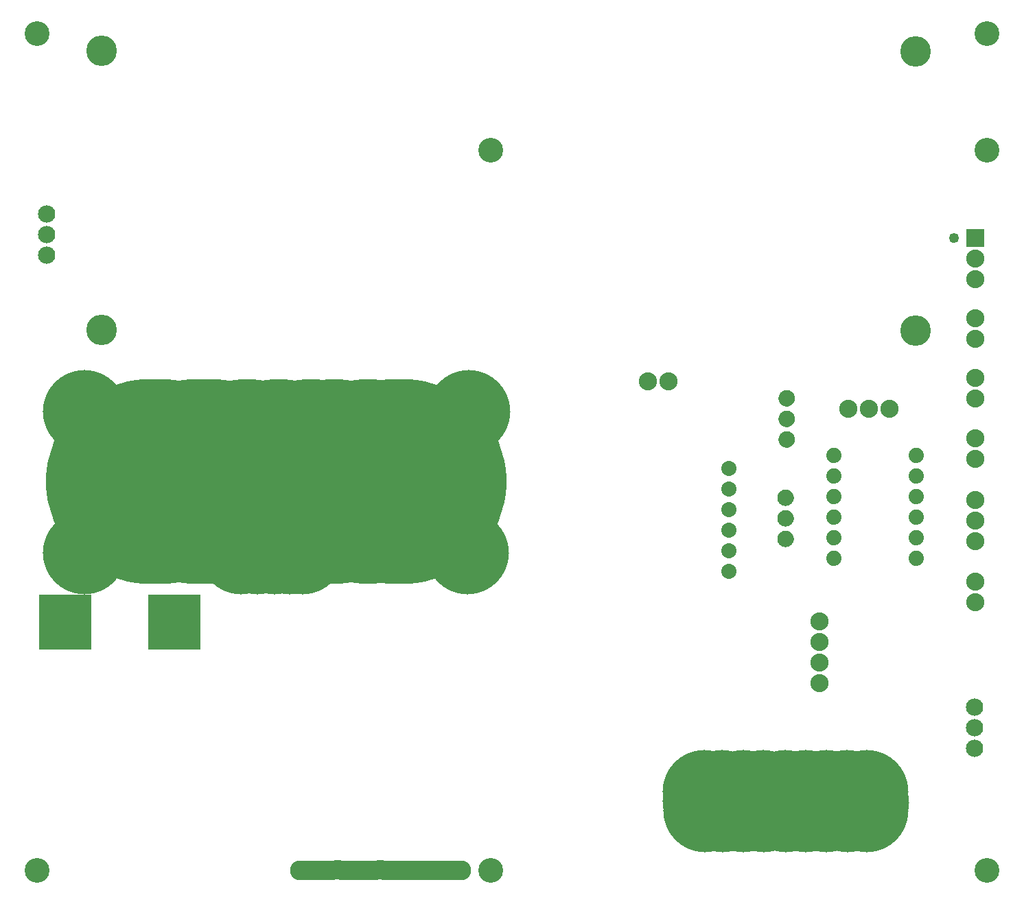
<source format=gts>
G04 MADE WITH FRITZING*
G04 WWW.FRITZING.ORG*
G04 DOUBLE SIDED*
G04 HOLES PLATED*
G04 CONTOUR ON CENTER OF CONTOUR VECTOR*
%ASAXBY*%
%FSLAX23Y23*%
%MOIN*%
%OFA0B0*%
%SFA1.0B1.0*%
%ADD10C,0.049370*%
%ADD11C,0.096614*%
%ADD12C,0.403700*%
%ADD13C,0.084000*%
%ADD14C,0.084008*%
%ADD15C,0.120236*%
%ADD16C,0.148425*%
%ADD17C,0.073528*%
%ADD18C,0.074000*%
%ADD19C,0.994252*%
%ADD20C,0.088000*%
%ADD21R,0.258087X0.265055*%
%ADD22R,0.088000X0.088000*%
%ADD23R,0.001000X0.001000*%
%LNMASK1*%
G90*
G70*
G54D10*
X4541Y3159D03*
G54D11*
X2148Y86D03*
G54D12*
X4116Y468D03*
G54D13*
X133Y3273D03*
X133Y3173D03*
X133Y3073D03*
X133Y3273D03*
X133Y3173D03*
X133Y3073D03*
G54D12*
X4118Y374D03*
X3820Y469D03*
X3822Y375D03*
X4022Y469D03*
G54D14*
X753Y1292D03*
G54D13*
X223Y1292D03*
G54D12*
X4024Y375D03*
X3517Y469D03*
X3519Y375D03*
X3920Y469D03*
X3922Y375D03*
X3721Y468D03*
X3723Y374D03*
X3614Y469D03*
X3616Y375D03*
X3329Y469D03*
X3327Y422D03*
X3331Y375D03*
X4122Y414D03*
X3415Y469D03*
X3417Y375D03*
G54D15*
X4702Y86D03*
G54D16*
X4354Y2707D03*
X401Y2710D03*
X4354Y4065D03*
X401Y4068D03*
G54D17*
X3448Y2037D03*
X3448Y1937D03*
X3448Y1837D03*
X3448Y1737D03*
X3448Y1637D03*
X3448Y1537D03*
G54D18*
X3959Y1702D03*
X3959Y1802D03*
X3959Y1902D03*
X3959Y2002D03*
X3959Y2102D03*
X4359Y2102D03*
X4359Y2002D03*
X4359Y1902D03*
X4359Y1802D03*
X4359Y1702D03*
X4359Y1602D03*
X3959Y1602D03*
G54D11*
X1547Y87D03*
X1572Y86D03*
X1516Y86D03*
X1462Y86D03*
X1412Y86D03*
X1363Y86D03*
X1962Y86D03*
X1754Y87D03*
X2094Y86D03*
X2044Y86D03*
X1987Y86D03*
G54D13*
X4642Y678D03*
X4642Y778D03*
X4642Y878D03*
X4642Y678D03*
X4642Y778D03*
X4642Y878D03*
G54D11*
X1938Y86D03*
X1883Y86D03*
X1829Y86D03*
X1777Y86D03*
X1727Y86D03*
X1674Y86D03*
X1622Y86D03*
G54D19*
X857Y1976D03*
X1108Y1976D03*
X1418Y1976D03*
X1530Y1976D03*
G54D12*
X1157Y1627D03*
X1315Y1628D03*
X1376Y1627D03*
X1078Y1627D03*
X1240Y1627D03*
X317Y1627D03*
X2179Y1627D03*
X317Y2316D03*
X2184Y2316D03*
G54D19*
X1871Y1974D03*
X627Y1974D03*
X693Y1976D03*
X937Y1976D03*
X1695Y1976D03*
X1260Y1976D03*
X1820Y1976D03*
G54D11*
X2119Y86D03*
X2013Y86D03*
X1908Y86D03*
X1802Y86D03*
X1699Y86D03*
X1597Y86D03*
X1491Y86D03*
X1388Y86D03*
X2067Y86D03*
X1856Y86D03*
X1649Y86D03*
X1442Y85D03*
G54D15*
X4702Y86D03*
X4702Y4150D03*
X86Y4150D03*
X86Y86D03*
G54D20*
X4645Y2477D03*
X4645Y2377D03*
X4026Y2328D03*
X4126Y2328D03*
X4226Y2328D03*
X3153Y2462D03*
X3053Y2462D03*
X4644Y1487D03*
X4644Y1387D03*
X3888Y1293D03*
X3888Y1193D03*
X3888Y1093D03*
X3888Y993D03*
X4644Y1886D03*
X4644Y1786D03*
X4644Y1686D03*
X4644Y2185D03*
X4644Y2085D03*
X4644Y2769D03*
X4644Y2669D03*
X4645Y3157D03*
X4645Y3057D03*
X4645Y2957D03*
G54D15*
X4702Y86D03*
X4702Y3583D03*
X2291Y86D03*
X2291Y3583D03*
G54D21*
X753Y1292D03*
X223Y1292D03*
G54D22*
X4645Y3157D03*
G54D23*
X3721Y2418D02*
X3735Y2418D01*
X3717Y2417D02*
X3739Y2417D01*
X3714Y2416D02*
X3742Y2416D01*
X3712Y2415D02*
X3745Y2415D01*
X3710Y2414D02*
X3747Y2414D01*
X3708Y2413D02*
X3748Y2413D01*
X3707Y2412D02*
X3750Y2412D01*
X3705Y2411D02*
X3751Y2411D01*
X3704Y2410D02*
X3753Y2410D01*
X3703Y2409D02*
X3754Y2409D01*
X3701Y2408D02*
X3755Y2408D01*
X3700Y2407D02*
X3756Y2407D01*
X3699Y2406D02*
X3757Y2406D01*
X3699Y2405D02*
X3758Y2405D01*
X3698Y2404D02*
X3759Y2404D01*
X3697Y2403D02*
X3759Y2403D01*
X3696Y2402D02*
X3760Y2402D01*
X3696Y2401D02*
X3761Y2401D01*
X3695Y2400D02*
X3762Y2400D01*
X3694Y2399D02*
X3762Y2399D01*
X3694Y2398D02*
X3763Y2398D01*
X3693Y2397D02*
X3763Y2397D01*
X3693Y2396D02*
X3764Y2396D01*
X3692Y2395D02*
X3764Y2395D01*
X3692Y2394D02*
X3765Y2394D01*
X3691Y2393D02*
X3765Y2393D01*
X3691Y2392D02*
X3765Y2392D01*
X3691Y2391D02*
X3766Y2391D01*
X3690Y2390D02*
X3766Y2390D01*
X3690Y2389D02*
X3766Y2389D01*
X3690Y2388D02*
X3767Y2388D01*
X3690Y2387D02*
X3767Y2387D01*
X3690Y2386D02*
X3767Y2386D01*
X3689Y2385D02*
X3767Y2385D01*
X3689Y2384D02*
X3767Y2384D01*
X3689Y2383D02*
X3767Y2383D01*
X3689Y2382D02*
X3768Y2382D01*
X3689Y2381D02*
X3768Y2381D01*
X3689Y2380D02*
X3768Y2380D01*
X3689Y2379D02*
X3768Y2379D01*
X3689Y2378D02*
X3768Y2378D01*
X3689Y2377D02*
X3768Y2377D01*
X3689Y2376D02*
X3768Y2376D01*
X3689Y2375D02*
X3768Y2375D01*
X3689Y2374D02*
X3767Y2374D01*
X3689Y2373D02*
X3767Y2373D01*
X3689Y2372D02*
X3767Y2372D01*
X3690Y2371D02*
X3767Y2371D01*
X3690Y2370D02*
X3767Y2370D01*
X3690Y2369D02*
X3766Y2369D01*
X3690Y2368D02*
X3766Y2368D01*
X3691Y2367D02*
X3766Y2367D01*
X3691Y2366D02*
X3766Y2366D01*
X3691Y2365D02*
X3765Y2365D01*
X3692Y2364D02*
X3765Y2364D01*
X3692Y2363D02*
X3764Y2363D01*
X3693Y2362D02*
X3764Y2362D01*
X3693Y2361D02*
X3764Y2361D01*
X3694Y2360D02*
X3763Y2360D01*
X3694Y2359D02*
X3762Y2359D01*
X3695Y2358D02*
X3762Y2358D01*
X3695Y2357D02*
X3761Y2357D01*
X3696Y2356D02*
X3761Y2356D01*
X3697Y2355D02*
X3760Y2355D01*
X3697Y2354D02*
X3759Y2354D01*
X3698Y2353D02*
X3758Y2353D01*
X3699Y2352D02*
X3757Y2352D01*
X3700Y2351D02*
X3756Y2351D01*
X3701Y2350D02*
X3755Y2350D01*
X3702Y2349D02*
X3754Y2349D01*
X3703Y2348D02*
X3753Y2348D01*
X3705Y2347D02*
X3752Y2347D01*
X3706Y2346D02*
X3750Y2346D01*
X3708Y2345D02*
X3749Y2345D01*
X3709Y2344D02*
X3747Y2344D01*
X3711Y2343D02*
X3745Y2343D01*
X3713Y2342D02*
X3743Y2342D01*
X3716Y2341D02*
X3741Y2341D01*
X3720Y2340D02*
X3737Y2340D01*
X3726Y2339D02*
X3731Y2339D01*
X3721Y2318D02*
X3735Y2318D01*
X3717Y2317D02*
X3740Y2317D01*
X3714Y2316D02*
X3742Y2316D01*
X3712Y2315D02*
X3745Y2315D01*
X3710Y2314D02*
X3747Y2314D01*
X3708Y2313D02*
X3748Y2313D01*
X3707Y2312D02*
X3750Y2312D01*
X3705Y2311D02*
X3751Y2311D01*
X3704Y2310D02*
X3753Y2310D01*
X3703Y2309D02*
X3754Y2309D01*
X3701Y2308D02*
X3755Y2308D01*
X3700Y2307D02*
X3756Y2307D01*
X3699Y2306D02*
X3757Y2306D01*
X3699Y2305D02*
X3758Y2305D01*
X3698Y2304D02*
X3759Y2304D01*
X3697Y2303D02*
X3760Y2303D01*
X3696Y2302D02*
X3760Y2302D01*
X3696Y2301D02*
X3761Y2301D01*
X3695Y2300D02*
X3762Y2300D01*
X3694Y2299D02*
X3762Y2299D01*
X3694Y2298D02*
X3763Y2298D01*
X3693Y2297D02*
X3763Y2297D01*
X3693Y2296D02*
X3764Y2296D01*
X3692Y2295D02*
X3764Y2295D01*
X3692Y2294D02*
X3765Y2294D01*
X3691Y2293D02*
X3765Y2293D01*
X3691Y2292D02*
X3765Y2292D01*
X3691Y2291D02*
X3766Y2291D01*
X3690Y2290D02*
X3766Y2290D01*
X3690Y2289D02*
X3766Y2289D01*
X3690Y2288D02*
X3767Y2288D01*
X3690Y2287D02*
X3767Y2287D01*
X3690Y2286D02*
X3767Y2286D01*
X3689Y2285D02*
X3767Y2285D01*
X3689Y2284D02*
X3767Y2284D01*
X3689Y2283D02*
X3767Y2283D01*
X3689Y2282D02*
X3768Y2282D01*
X3689Y2281D02*
X3768Y2281D01*
X3689Y2280D02*
X3768Y2280D01*
X3689Y2279D02*
X3768Y2279D01*
X3689Y2278D02*
X3768Y2278D01*
X3689Y2277D02*
X3768Y2277D01*
X3689Y2276D02*
X3768Y2276D01*
X3689Y2275D02*
X3768Y2275D01*
X3689Y2274D02*
X3767Y2274D01*
X3689Y2273D02*
X3767Y2273D01*
X3689Y2272D02*
X3767Y2272D01*
X3690Y2271D02*
X3767Y2271D01*
X3690Y2270D02*
X3767Y2270D01*
X3690Y2269D02*
X3766Y2269D01*
X3690Y2268D02*
X3766Y2268D01*
X3691Y2267D02*
X3766Y2267D01*
X3691Y2266D02*
X3766Y2266D01*
X3691Y2265D02*
X3765Y2265D01*
X3692Y2264D02*
X3765Y2264D01*
X3692Y2263D02*
X3764Y2263D01*
X3693Y2262D02*
X3764Y2262D01*
X3693Y2261D02*
X3764Y2261D01*
X3694Y2260D02*
X3763Y2260D01*
X3694Y2259D02*
X3762Y2259D01*
X3695Y2258D02*
X3762Y2258D01*
X3695Y2257D02*
X3761Y2257D01*
X3696Y2256D02*
X3761Y2256D01*
X3697Y2255D02*
X3760Y2255D01*
X3697Y2254D02*
X3759Y2254D01*
X3698Y2253D02*
X3758Y2253D01*
X3699Y2252D02*
X3757Y2252D01*
X3700Y2251D02*
X3756Y2251D01*
X3701Y2250D02*
X3755Y2250D01*
X3702Y2249D02*
X3754Y2249D01*
X3703Y2248D02*
X3753Y2248D01*
X3705Y2247D02*
X3752Y2247D01*
X3706Y2246D02*
X3750Y2246D01*
X3708Y2245D02*
X3749Y2245D01*
X3709Y2244D02*
X3747Y2244D01*
X3711Y2243D02*
X3745Y2243D01*
X3713Y2242D02*
X3743Y2242D01*
X3716Y2241D02*
X3741Y2241D01*
X3720Y2240D02*
X3737Y2240D01*
X3726Y2239D02*
X3731Y2239D01*
X3721Y2218D02*
X3735Y2218D01*
X3717Y2217D02*
X3740Y2217D01*
X3714Y2216D02*
X3742Y2216D01*
X3712Y2215D02*
X3745Y2215D01*
X3710Y2214D02*
X3747Y2214D01*
X3708Y2213D02*
X3748Y2213D01*
X3707Y2212D02*
X3750Y2212D01*
X3705Y2211D02*
X3751Y2211D01*
X3704Y2210D02*
X3753Y2210D01*
X3703Y2209D02*
X3754Y2209D01*
X3701Y2208D02*
X3755Y2208D01*
X3700Y2207D02*
X3756Y2207D01*
X3699Y2206D02*
X3757Y2206D01*
X3699Y2205D02*
X3758Y2205D01*
X3698Y2204D02*
X3759Y2204D01*
X3697Y2203D02*
X3760Y2203D01*
X3696Y2202D02*
X3760Y2202D01*
X3696Y2201D02*
X3761Y2201D01*
X3695Y2200D02*
X3762Y2200D01*
X3694Y2199D02*
X3762Y2199D01*
X3694Y2198D02*
X3763Y2198D01*
X3693Y2197D02*
X3763Y2197D01*
X3693Y2196D02*
X3764Y2196D01*
X3692Y2195D02*
X3764Y2195D01*
X3692Y2194D02*
X3765Y2194D01*
X3691Y2193D02*
X3765Y2193D01*
X3691Y2192D02*
X3765Y2192D01*
X3691Y2191D02*
X3766Y2191D01*
X3690Y2190D02*
X3766Y2190D01*
X3690Y2189D02*
X3766Y2189D01*
X3690Y2188D02*
X3767Y2188D01*
X3690Y2187D02*
X3767Y2187D01*
X3690Y2186D02*
X3767Y2186D01*
X3689Y2185D02*
X3767Y2185D01*
X3689Y2184D02*
X3767Y2184D01*
X3689Y2183D02*
X3767Y2183D01*
X3689Y2182D02*
X3768Y2182D01*
X3689Y2181D02*
X3768Y2181D01*
X3689Y2180D02*
X3768Y2180D01*
X3689Y2179D02*
X3768Y2179D01*
X3689Y2178D02*
X3768Y2178D01*
X3689Y2177D02*
X3768Y2177D01*
X3689Y2176D02*
X3768Y2176D01*
X3689Y2175D02*
X3768Y2175D01*
X3689Y2174D02*
X3767Y2174D01*
X3689Y2173D02*
X3767Y2173D01*
X3689Y2172D02*
X3767Y2172D01*
X3690Y2171D02*
X3767Y2171D01*
X3690Y2170D02*
X3767Y2170D01*
X3690Y2169D02*
X3766Y2169D01*
X3690Y2168D02*
X3766Y2168D01*
X3691Y2167D02*
X3766Y2167D01*
X3691Y2166D02*
X3766Y2166D01*
X3691Y2165D02*
X3765Y2165D01*
X3692Y2164D02*
X3765Y2164D01*
X3692Y2163D02*
X3764Y2163D01*
X3693Y2162D02*
X3764Y2162D01*
X3693Y2161D02*
X3764Y2161D01*
X3694Y2160D02*
X3763Y2160D01*
X3694Y2159D02*
X3762Y2159D01*
X3695Y2158D02*
X3762Y2158D01*
X3695Y2157D02*
X3761Y2157D01*
X3696Y2156D02*
X3761Y2156D01*
X3697Y2155D02*
X3760Y2155D01*
X3697Y2154D02*
X3759Y2154D01*
X3698Y2153D02*
X3758Y2153D01*
X3699Y2152D02*
X3757Y2152D01*
X3700Y2151D02*
X3756Y2151D01*
X3701Y2150D02*
X3755Y2150D01*
X3702Y2149D02*
X3754Y2149D01*
X3703Y2148D02*
X3753Y2148D01*
X3705Y2147D02*
X3752Y2147D01*
X3706Y2146D02*
X3750Y2146D01*
X3708Y2145D02*
X3749Y2145D01*
X3709Y2144D02*
X3747Y2144D01*
X3711Y2143D02*
X3745Y2143D01*
X3713Y2142D02*
X3743Y2142D01*
X3716Y2141D02*
X3741Y2141D01*
X3720Y2140D02*
X3737Y2140D01*
X3726Y2139D02*
X3731Y2139D01*
X3718Y1935D02*
X3728Y1935D01*
X3713Y1934D02*
X3733Y1934D01*
X3709Y1933D02*
X3736Y1933D01*
X3707Y1932D02*
X3738Y1932D01*
X3705Y1931D02*
X3741Y1931D01*
X3703Y1930D02*
X3742Y1930D01*
X3702Y1929D02*
X3744Y1929D01*
X3700Y1928D02*
X3745Y1928D01*
X3699Y1927D02*
X3747Y1927D01*
X3697Y1926D02*
X3748Y1926D01*
X3696Y1925D02*
X3749Y1925D01*
X3695Y1924D02*
X3750Y1924D01*
X3694Y1923D02*
X3751Y1923D01*
X3693Y1922D02*
X3752Y1922D01*
X3692Y1921D02*
X3753Y1921D01*
X3692Y1920D02*
X3754Y1920D01*
X3691Y1919D02*
X3754Y1919D01*
X3690Y1918D02*
X3755Y1918D01*
X3690Y1917D02*
X3756Y1917D01*
X3689Y1916D02*
X3756Y1916D01*
X3688Y1915D02*
X3757Y1915D01*
X3688Y1914D02*
X3758Y1914D01*
X3687Y1913D02*
X3758Y1913D01*
X3687Y1912D02*
X3759Y1912D01*
X3686Y1911D02*
X3759Y1911D01*
X3686Y1910D02*
X3759Y1910D01*
X3686Y1909D02*
X3760Y1909D01*
X3685Y1908D02*
X3760Y1908D01*
X3685Y1907D02*
X3760Y1907D01*
X3685Y1906D02*
X3761Y1906D01*
X3684Y1905D02*
X3761Y1905D01*
X3684Y1904D02*
X3761Y1904D01*
X3684Y1903D02*
X3761Y1903D01*
X3684Y1902D02*
X3762Y1902D01*
X3684Y1901D02*
X3762Y1901D01*
X3684Y1900D02*
X3762Y1900D01*
X3683Y1899D02*
X3762Y1899D01*
X3683Y1898D02*
X3762Y1898D01*
X3683Y1897D02*
X3762Y1897D01*
X3683Y1896D02*
X3762Y1896D01*
X3683Y1895D02*
X3762Y1895D01*
X3683Y1894D02*
X3762Y1894D01*
X3683Y1893D02*
X3762Y1893D01*
X3683Y1892D02*
X3762Y1892D01*
X3684Y1891D02*
X3762Y1891D01*
X3684Y1890D02*
X3762Y1890D01*
X3684Y1889D02*
X3762Y1889D01*
X3684Y1888D02*
X3761Y1888D01*
X3684Y1887D02*
X3761Y1887D01*
X3684Y1886D02*
X3761Y1886D01*
X3685Y1885D02*
X3761Y1885D01*
X3685Y1884D02*
X3760Y1884D01*
X3685Y1883D02*
X3760Y1883D01*
X3686Y1882D02*
X3760Y1882D01*
X3686Y1881D02*
X3759Y1881D01*
X3686Y1880D02*
X3759Y1880D01*
X3687Y1879D02*
X3759Y1879D01*
X3687Y1878D02*
X3758Y1878D01*
X3688Y1877D02*
X3758Y1877D01*
X3688Y1876D02*
X3757Y1876D01*
X3689Y1875D02*
X3756Y1875D01*
X3690Y1874D02*
X3756Y1874D01*
X3690Y1873D02*
X3755Y1873D01*
X3691Y1872D02*
X3754Y1872D01*
X3692Y1871D02*
X3754Y1871D01*
X3692Y1870D02*
X3753Y1870D01*
X3693Y1869D02*
X3752Y1869D01*
X3694Y1868D02*
X3751Y1868D01*
X3695Y1867D02*
X3750Y1867D01*
X3696Y1866D02*
X3749Y1866D01*
X3697Y1865D02*
X3748Y1865D01*
X3699Y1864D02*
X3747Y1864D01*
X3700Y1863D02*
X3745Y1863D01*
X3702Y1862D02*
X3744Y1862D01*
X3703Y1861D02*
X3742Y1861D01*
X3705Y1860D02*
X3741Y1860D01*
X3707Y1859D02*
X3738Y1859D01*
X3709Y1858D02*
X3736Y1858D01*
X3713Y1857D02*
X3733Y1857D01*
X3718Y1856D02*
X3728Y1856D01*
X3718Y1835D02*
X3728Y1835D01*
X3713Y1834D02*
X3733Y1834D01*
X3709Y1833D02*
X3736Y1833D01*
X3707Y1832D02*
X3739Y1832D01*
X3705Y1831D02*
X3741Y1831D01*
X3703Y1830D02*
X3742Y1830D01*
X3701Y1829D02*
X3744Y1829D01*
X3700Y1828D02*
X3745Y1828D01*
X3699Y1827D02*
X3747Y1827D01*
X3697Y1826D02*
X3748Y1826D01*
X3696Y1825D02*
X3749Y1825D01*
X3695Y1824D02*
X3750Y1824D01*
X3694Y1823D02*
X3751Y1823D01*
X3693Y1822D02*
X3752Y1822D01*
X3692Y1821D02*
X3753Y1821D01*
X3692Y1820D02*
X3754Y1820D01*
X3691Y1819D02*
X3754Y1819D01*
X3690Y1818D02*
X3755Y1818D01*
X3690Y1817D02*
X3756Y1817D01*
X3689Y1816D02*
X3756Y1816D01*
X3688Y1815D02*
X3757Y1815D01*
X3688Y1814D02*
X3758Y1814D01*
X3687Y1813D02*
X3758Y1813D01*
X3687Y1812D02*
X3759Y1812D01*
X3686Y1811D02*
X3759Y1811D01*
X3686Y1810D02*
X3759Y1810D01*
X3686Y1809D02*
X3760Y1809D01*
X3685Y1808D02*
X3760Y1808D01*
X3685Y1807D02*
X3760Y1807D01*
X3685Y1806D02*
X3761Y1806D01*
X3684Y1805D02*
X3761Y1805D01*
X3684Y1804D02*
X3761Y1804D01*
X3684Y1803D02*
X3761Y1803D01*
X3684Y1802D02*
X3762Y1802D01*
X3684Y1801D02*
X3762Y1801D01*
X3684Y1800D02*
X3762Y1800D01*
X3683Y1799D02*
X3762Y1799D01*
X3683Y1798D02*
X3762Y1798D01*
X3683Y1797D02*
X3762Y1797D01*
X3683Y1796D02*
X3762Y1796D01*
X3683Y1795D02*
X3762Y1795D01*
X3683Y1794D02*
X3762Y1794D01*
X3683Y1793D02*
X3762Y1793D01*
X3683Y1792D02*
X3762Y1792D01*
X3684Y1791D02*
X3762Y1791D01*
X3684Y1790D02*
X3762Y1790D01*
X3684Y1789D02*
X3762Y1789D01*
X3684Y1788D02*
X3761Y1788D01*
X3684Y1787D02*
X3761Y1787D01*
X3684Y1786D02*
X3761Y1786D01*
X3685Y1785D02*
X3761Y1785D01*
X3685Y1784D02*
X3760Y1784D01*
X3685Y1783D02*
X3760Y1783D01*
X3686Y1782D02*
X3760Y1782D01*
X3686Y1781D02*
X3759Y1781D01*
X3686Y1780D02*
X3759Y1780D01*
X3687Y1779D02*
X3759Y1779D01*
X3687Y1778D02*
X3758Y1778D01*
X3688Y1777D02*
X3758Y1777D01*
X3688Y1776D02*
X3757Y1776D01*
X3689Y1775D02*
X3756Y1775D01*
X3690Y1774D02*
X3756Y1774D01*
X3690Y1773D02*
X3755Y1773D01*
X3691Y1772D02*
X3754Y1772D01*
X3692Y1771D02*
X3754Y1771D01*
X3692Y1770D02*
X3753Y1770D01*
X3693Y1769D02*
X3752Y1769D01*
X3694Y1768D02*
X3751Y1768D01*
X3695Y1767D02*
X3750Y1767D01*
X3696Y1766D02*
X3749Y1766D01*
X3697Y1765D02*
X3748Y1765D01*
X3699Y1764D02*
X3747Y1764D01*
X3700Y1763D02*
X3745Y1763D01*
X3702Y1762D02*
X3744Y1762D01*
X3703Y1761D02*
X3742Y1761D01*
X3705Y1760D02*
X3741Y1760D01*
X3707Y1759D02*
X3738Y1759D01*
X3709Y1758D02*
X3736Y1758D01*
X3713Y1757D02*
X3733Y1757D01*
X3718Y1756D02*
X3728Y1756D01*
X3717Y1735D02*
X3728Y1735D01*
X3713Y1734D02*
X3733Y1734D01*
X3709Y1733D02*
X3736Y1733D01*
X3707Y1732D02*
X3739Y1732D01*
X3705Y1731D02*
X3741Y1731D01*
X3703Y1730D02*
X3742Y1730D01*
X3701Y1729D02*
X3744Y1729D01*
X3700Y1728D02*
X3745Y1728D01*
X3699Y1727D02*
X3747Y1727D01*
X3697Y1726D02*
X3748Y1726D01*
X3696Y1725D02*
X3749Y1725D01*
X3695Y1724D02*
X3750Y1724D01*
X3694Y1723D02*
X3751Y1723D01*
X3693Y1722D02*
X3752Y1722D01*
X3692Y1721D02*
X3753Y1721D01*
X3692Y1720D02*
X3754Y1720D01*
X3691Y1719D02*
X3754Y1719D01*
X3690Y1718D02*
X3755Y1718D01*
X3690Y1717D02*
X3756Y1717D01*
X3689Y1716D02*
X3756Y1716D01*
X3688Y1715D02*
X3757Y1715D01*
X3688Y1714D02*
X3758Y1714D01*
X3687Y1713D02*
X3758Y1713D01*
X3687Y1712D02*
X3759Y1712D01*
X3686Y1711D02*
X3759Y1711D01*
X3686Y1710D02*
X3759Y1710D01*
X3686Y1709D02*
X3760Y1709D01*
X3685Y1708D02*
X3760Y1708D01*
X3685Y1707D02*
X3760Y1707D01*
X3685Y1706D02*
X3761Y1706D01*
X3684Y1705D02*
X3761Y1705D01*
X3684Y1704D02*
X3761Y1704D01*
X3684Y1703D02*
X3761Y1703D01*
X3684Y1702D02*
X3762Y1702D01*
X3684Y1701D02*
X3762Y1701D01*
X3684Y1700D02*
X3762Y1700D01*
X3683Y1699D02*
X3762Y1699D01*
X3683Y1698D02*
X3762Y1698D01*
X3683Y1697D02*
X3762Y1697D01*
X3683Y1696D02*
X3762Y1696D01*
X3683Y1695D02*
X3762Y1695D01*
X3683Y1694D02*
X3762Y1694D01*
X3683Y1693D02*
X3762Y1693D01*
X3683Y1692D02*
X3762Y1692D01*
X3684Y1691D02*
X3762Y1691D01*
X3684Y1690D02*
X3762Y1690D01*
X3684Y1689D02*
X3762Y1689D01*
X3684Y1688D02*
X3761Y1688D01*
X3684Y1687D02*
X3761Y1687D01*
X3684Y1686D02*
X3761Y1686D01*
X3685Y1685D02*
X3761Y1685D01*
X3685Y1684D02*
X3760Y1684D01*
X3685Y1683D02*
X3760Y1683D01*
X3686Y1682D02*
X3760Y1682D01*
X3686Y1681D02*
X3759Y1681D01*
X3686Y1680D02*
X3759Y1680D01*
X3687Y1679D02*
X3759Y1679D01*
X3687Y1678D02*
X3758Y1678D01*
X3688Y1677D02*
X3758Y1677D01*
X3688Y1676D02*
X3757Y1676D01*
X3689Y1675D02*
X3756Y1675D01*
X3690Y1674D02*
X3756Y1674D01*
X3690Y1673D02*
X3755Y1673D01*
X3691Y1672D02*
X3754Y1672D01*
X3692Y1671D02*
X3754Y1671D01*
X3692Y1670D02*
X3753Y1670D01*
X3693Y1669D02*
X3752Y1669D01*
X3694Y1668D02*
X3751Y1668D01*
X3695Y1667D02*
X3750Y1667D01*
X3696Y1666D02*
X3749Y1666D01*
X3697Y1665D02*
X3748Y1665D01*
X3699Y1664D02*
X3747Y1664D01*
X3700Y1663D02*
X3745Y1663D01*
X3702Y1662D02*
X3744Y1662D01*
X3703Y1661D02*
X3742Y1661D01*
X3705Y1660D02*
X3741Y1660D01*
X3707Y1659D02*
X3738Y1659D01*
X3709Y1658D02*
X3736Y1658D01*
X3713Y1657D02*
X3733Y1657D01*
X3718Y1656D02*
X3728Y1656D01*
D02*
G04 End of Mask1*
M02*
</source>
